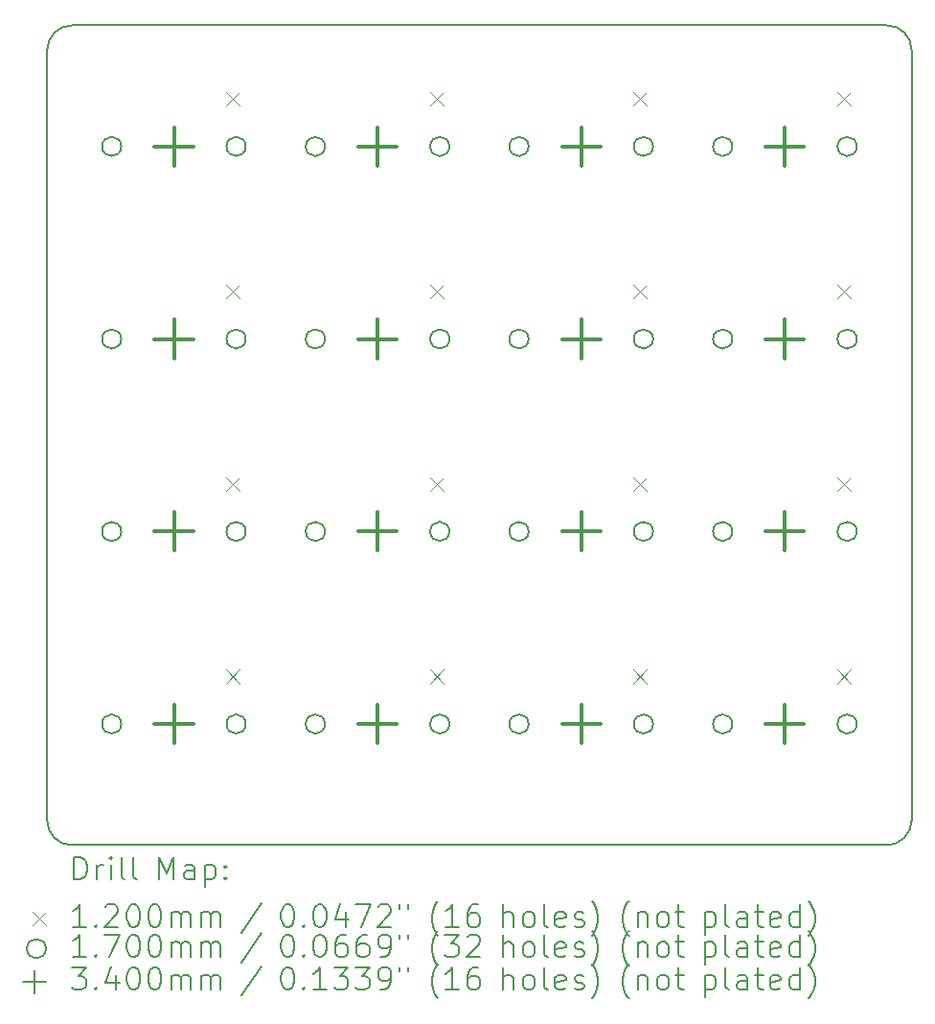
<source format=gbr>
%TF.GenerationSoftware,KiCad,Pcbnew,(7.0.0-rc1-156-g4c5a344629)*%
%TF.CreationDate,2023-03-07T17:57:53+10:30*%
%TF.ProjectId,4x4,3478342e-6b69-4636-9164-5f7063625858,rev?*%
%TF.SameCoordinates,Original*%
%TF.FileFunction,Drillmap*%
%TF.FilePolarity,Positive*%
%FSLAX45Y45*%
G04 Gerber Fmt 4.5, Leading zero omitted, Abs format (unit mm)*
G04 Created by KiCad (PCBNEW (7.0.0-rc1-156-g4c5a344629)) date 2023-03-07 17:57:53*
%MOMM*%
%LPD*%
G01*
G04 APERTURE LIST*
%ADD10C,0.200000*%
%ADD11C,0.120000*%
%ADD12C,0.170000*%
%ADD13C,0.340000*%
G04 APERTURE END LIST*
D10*
X3350001Y-7586667D02*
X10550001Y-7586667D01*
X10550001Y-346667D02*
X3350001Y-346667D01*
X10550001Y-7586671D02*
G75*
G03*
X10770001Y-7366667I-1J220001D01*
G01*
X3130003Y-7366667D02*
G75*
G03*
X3350001Y-7586667I219997J-3D01*
G01*
X3130001Y-566667D02*
X3130001Y-7366667D01*
X10770001Y-7366667D02*
X10770001Y-566667D01*
X10770003Y-566667D02*
G75*
G03*
X10550001Y-346667I-220003J-3D01*
G01*
X3350001Y-346667D02*
G75*
G03*
X3130001Y-566667I0J-220000D01*
G01*
D11*
X4712001Y-936667D02*
X4832001Y-1056667D01*
X4832001Y-936667D02*
X4712001Y-1056667D01*
X4712001Y-2636667D02*
X4832001Y-2756667D01*
X4832001Y-2636667D02*
X4712001Y-2756667D01*
X4712001Y-4336668D02*
X4832001Y-4456668D01*
X4832001Y-4336668D02*
X4712001Y-4456668D01*
X4712001Y-6036668D02*
X4832001Y-6156668D01*
X4832001Y-6036668D02*
X4712001Y-6156668D01*
X6512001Y-936667D02*
X6632001Y-1056667D01*
X6632001Y-936667D02*
X6512001Y-1056667D01*
X6512001Y-2636667D02*
X6632001Y-2756667D01*
X6632001Y-2636667D02*
X6512001Y-2756667D01*
X6512001Y-4336668D02*
X6632001Y-4456668D01*
X6632001Y-4336668D02*
X6512001Y-4456668D01*
X6512001Y-6036668D02*
X6632001Y-6156668D01*
X6632001Y-6036668D02*
X6512001Y-6156668D01*
X8312001Y-936667D02*
X8432001Y-1056667D01*
X8432001Y-936667D02*
X8312001Y-1056667D01*
X8312001Y-2636667D02*
X8432001Y-2756667D01*
X8432001Y-2636667D02*
X8312001Y-2756667D01*
X8312001Y-4336668D02*
X8432001Y-4456668D01*
X8432001Y-4336668D02*
X8312001Y-4456668D01*
X8312001Y-6036668D02*
X8432001Y-6156668D01*
X8432001Y-6036668D02*
X8312001Y-6156668D01*
X10112001Y-936667D02*
X10232001Y-1056667D01*
X10232001Y-936667D02*
X10112001Y-1056667D01*
X10112001Y-2636667D02*
X10232001Y-2756667D01*
X10232001Y-2636667D02*
X10112001Y-2756667D01*
X10112001Y-4336668D02*
X10232001Y-4456668D01*
X10232001Y-4336668D02*
X10112001Y-4456668D01*
X10112001Y-6036668D02*
X10232001Y-6156668D01*
X10232001Y-6036668D02*
X10112001Y-6156668D01*
D12*
X3785001Y-1416667D02*
G75*
G03*
X3785001Y-1416667I-85000J0D01*
G01*
X3785001Y-3116667D02*
G75*
G03*
X3785001Y-3116667I-85000J0D01*
G01*
X3785001Y-4816668D02*
G75*
G03*
X3785001Y-4816668I-85000J0D01*
G01*
X3785001Y-6516668D02*
G75*
G03*
X3785001Y-6516668I-85000J0D01*
G01*
X4885001Y-1416667D02*
G75*
G03*
X4885001Y-1416667I-85000J0D01*
G01*
X4885001Y-3116667D02*
G75*
G03*
X4885001Y-3116667I-85000J0D01*
G01*
X4885001Y-4816668D02*
G75*
G03*
X4885001Y-4816668I-85000J0D01*
G01*
X4885001Y-6516668D02*
G75*
G03*
X4885001Y-6516668I-85000J0D01*
G01*
X5585001Y-1416667D02*
G75*
G03*
X5585001Y-1416667I-85000J0D01*
G01*
X5585001Y-3116667D02*
G75*
G03*
X5585001Y-3116667I-85000J0D01*
G01*
X5585001Y-4816668D02*
G75*
G03*
X5585001Y-4816668I-85000J0D01*
G01*
X5585001Y-6516668D02*
G75*
G03*
X5585001Y-6516668I-85000J0D01*
G01*
X6685001Y-1416667D02*
G75*
G03*
X6685001Y-1416667I-85000J0D01*
G01*
X6685001Y-3116667D02*
G75*
G03*
X6685001Y-3116667I-85000J0D01*
G01*
X6685001Y-4816668D02*
G75*
G03*
X6685001Y-4816668I-85000J0D01*
G01*
X6685001Y-6516668D02*
G75*
G03*
X6685001Y-6516668I-85000J0D01*
G01*
X7385001Y-1416667D02*
G75*
G03*
X7385001Y-1416667I-85000J0D01*
G01*
X7385001Y-3116667D02*
G75*
G03*
X7385001Y-3116667I-85000J0D01*
G01*
X7385001Y-4816668D02*
G75*
G03*
X7385001Y-4816668I-85000J0D01*
G01*
X7385001Y-6516668D02*
G75*
G03*
X7385001Y-6516668I-85000J0D01*
G01*
X8485001Y-1416667D02*
G75*
G03*
X8485001Y-1416667I-85000J0D01*
G01*
X8485001Y-3116667D02*
G75*
G03*
X8485001Y-3116667I-85000J0D01*
G01*
X8485001Y-4816668D02*
G75*
G03*
X8485001Y-4816668I-85000J0D01*
G01*
X8485001Y-6516668D02*
G75*
G03*
X8485001Y-6516668I-85000J0D01*
G01*
X9185001Y-1416667D02*
G75*
G03*
X9185001Y-1416667I-85000J0D01*
G01*
X9185001Y-3116667D02*
G75*
G03*
X9185001Y-3116667I-85000J0D01*
G01*
X9185001Y-4816668D02*
G75*
G03*
X9185001Y-4816668I-85000J0D01*
G01*
X9185001Y-6516668D02*
G75*
G03*
X9185001Y-6516668I-85000J0D01*
G01*
X10285001Y-1416667D02*
G75*
G03*
X10285001Y-1416667I-85000J0D01*
G01*
X10285001Y-3116667D02*
G75*
G03*
X10285001Y-3116667I-85000J0D01*
G01*
X10285001Y-4816668D02*
G75*
G03*
X10285001Y-4816668I-85000J0D01*
G01*
X10285001Y-6516668D02*
G75*
G03*
X10285001Y-6516668I-85000J0D01*
G01*
D13*
X4250001Y-1246667D02*
X4250001Y-1586667D01*
X4080001Y-1416667D02*
X4420001Y-1416667D01*
X4250001Y-2946667D02*
X4250001Y-3286667D01*
X4080001Y-3116667D02*
X4420001Y-3116667D01*
X4250001Y-4646668D02*
X4250001Y-4986668D01*
X4080001Y-4816668D02*
X4420001Y-4816668D01*
X4250001Y-6346668D02*
X4250001Y-6686668D01*
X4080001Y-6516668D02*
X4420001Y-6516668D01*
X6050001Y-1246667D02*
X6050001Y-1586667D01*
X5880001Y-1416667D02*
X6220001Y-1416667D01*
X6050001Y-2946667D02*
X6050001Y-3286667D01*
X5880001Y-3116667D02*
X6220001Y-3116667D01*
X6050001Y-4646668D02*
X6050001Y-4986668D01*
X5880001Y-4816668D02*
X6220001Y-4816668D01*
X6050001Y-6346668D02*
X6050001Y-6686668D01*
X5880001Y-6516668D02*
X6220001Y-6516668D01*
X7850001Y-1246667D02*
X7850001Y-1586667D01*
X7680001Y-1416667D02*
X8020001Y-1416667D01*
X7850001Y-2946667D02*
X7850001Y-3286667D01*
X7680001Y-3116667D02*
X8020001Y-3116667D01*
X7850001Y-4646668D02*
X7850001Y-4986668D01*
X7680001Y-4816668D02*
X8020001Y-4816668D01*
X7850001Y-6346668D02*
X7850001Y-6686668D01*
X7680001Y-6516668D02*
X8020001Y-6516668D01*
X9650001Y-1246667D02*
X9650001Y-1586667D01*
X9480001Y-1416667D02*
X9820001Y-1416667D01*
X9650001Y-2946667D02*
X9650001Y-3286667D01*
X9480001Y-3116667D02*
X9820001Y-3116667D01*
X9650001Y-4646668D02*
X9650001Y-4986668D01*
X9480001Y-4816668D02*
X9820001Y-4816668D01*
X9650001Y-6346668D02*
X9650001Y-6686668D01*
X9480001Y-6516668D02*
X9820001Y-6516668D01*
D10*
X3367620Y-7890143D02*
X3367620Y-7690143D01*
X3367620Y-7690143D02*
X3415239Y-7690143D01*
X3415239Y-7690143D02*
X3443810Y-7699667D01*
X3443810Y-7699667D02*
X3462858Y-7718715D01*
X3462858Y-7718715D02*
X3472382Y-7737762D01*
X3472382Y-7737762D02*
X3481906Y-7775857D01*
X3481906Y-7775857D02*
X3481906Y-7804429D01*
X3481906Y-7804429D02*
X3472382Y-7842524D01*
X3472382Y-7842524D02*
X3462858Y-7861572D01*
X3462858Y-7861572D02*
X3443810Y-7880619D01*
X3443810Y-7880619D02*
X3415239Y-7890143D01*
X3415239Y-7890143D02*
X3367620Y-7890143D01*
X3567620Y-7890143D02*
X3567620Y-7756810D01*
X3567620Y-7794905D02*
X3577144Y-7775857D01*
X3577144Y-7775857D02*
X3586668Y-7766334D01*
X3586668Y-7766334D02*
X3605715Y-7756810D01*
X3605715Y-7756810D02*
X3624763Y-7756810D01*
X3691429Y-7890143D02*
X3691429Y-7756810D01*
X3691429Y-7690143D02*
X3681906Y-7699667D01*
X3681906Y-7699667D02*
X3691429Y-7709191D01*
X3691429Y-7709191D02*
X3700953Y-7699667D01*
X3700953Y-7699667D02*
X3691429Y-7690143D01*
X3691429Y-7690143D02*
X3691429Y-7709191D01*
X3815239Y-7890143D02*
X3796191Y-7880619D01*
X3796191Y-7880619D02*
X3786668Y-7861572D01*
X3786668Y-7861572D02*
X3786668Y-7690143D01*
X3920001Y-7890143D02*
X3900953Y-7880619D01*
X3900953Y-7880619D02*
X3891429Y-7861572D01*
X3891429Y-7861572D02*
X3891429Y-7690143D01*
X4116191Y-7890143D02*
X4116191Y-7690143D01*
X4116191Y-7690143D02*
X4182858Y-7833000D01*
X4182858Y-7833000D02*
X4249525Y-7690143D01*
X4249525Y-7690143D02*
X4249525Y-7890143D01*
X4430477Y-7890143D02*
X4430477Y-7785381D01*
X4430477Y-7785381D02*
X4420953Y-7766334D01*
X4420953Y-7766334D02*
X4401906Y-7756810D01*
X4401906Y-7756810D02*
X4363810Y-7756810D01*
X4363810Y-7756810D02*
X4344763Y-7766334D01*
X4430477Y-7880619D02*
X4411430Y-7890143D01*
X4411430Y-7890143D02*
X4363810Y-7890143D01*
X4363810Y-7890143D02*
X4344763Y-7880619D01*
X4344763Y-7880619D02*
X4335239Y-7861572D01*
X4335239Y-7861572D02*
X4335239Y-7842524D01*
X4335239Y-7842524D02*
X4344763Y-7823476D01*
X4344763Y-7823476D02*
X4363810Y-7813953D01*
X4363810Y-7813953D02*
X4411430Y-7813953D01*
X4411430Y-7813953D02*
X4430477Y-7804429D01*
X4525715Y-7756810D02*
X4525715Y-7956810D01*
X4525715Y-7766334D02*
X4544763Y-7756810D01*
X4544763Y-7756810D02*
X4582858Y-7756810D01*
X4582858Y-7756810D02*
X4601906Y-7766334D01*
X4601906Y-7766334D02*
X4611430Y-7775857D01*
X4611430Y-7775857D02*
X4620953Y-7794905D01*
X4620953Y-7794905D02*
X4620953Y-7852048D01*
X4620953Y-7852048D02*
X4611430Y-7871095D01*
X4611430Y-7871095D02*
X4601906Y-7880619D01*
X4601906Y-7880619D02*
X4582858Y-7890143D01*
X4582858Y-7890143D02*
X4544763Y-7890143D01*
X4544763Y-7890143D02*
X4525715Y-7880619D01*
X4706668Y-7871095D02*
X4716191Y-7880619D01*
X4716191Y-7880619D02*
X4706668Y-7890143D01*
X4706668Y-7890143D02*
X4697144Y-7880619D01*
X4697144Y-7880619D02*
X4706668Y-7871095D01*
X4706668Y-7871095D02*
X4706668Y-7890143D01*
X4706668Y-7766334D02*
X4716191Y-7775857D01*
X4716191Y-7775857D02*
X4706668Y-7785381D01*
X4706668Y-7785381D02*
X4697144Y-7775857D01*
X4697144Y-7775857D02*
X4706668Y-7766334D01*
X4706668Y-7766334D02*
X4706668Y-7785381D01*
D11*
X3000001Y-8176667D02*
X3120001Y-8296667D01*
X3120001Y-8176667D02*
X3000001Y-8296667D01*
D10*
X3472382Y-8310143D02*
X3358096Y-8310143D01*
X3415239Y-8310143D02*
X3415239Y-8110143D01*
X3415239Y-8110143D02*
X3396191Y-8138715D01*
X3396191Y-8138715D02*
X3377144Y-8157762D01*
X3377144Y-8157762D02*
X3358096Y-8167286D01*
X3558096Y-8291095D02*
X3567620Y-8300619D01*
X3567620Y-8300619D02*
X3558096Y-8310143D01*
X3558096Y-8310143D02*
X3548572Y-8300619D01*
X3548572Y-8300619D02*
X3558096Y-8291095D01*
X3558096Y-8291095D02*
X3558096Y-8310143D01*
X3643810Y-8129191D02*
X3653334Y-8119667D01*
X3653334Y-8119667D02*
X3672382Y-8110143D01*
X3672382Y-8110143D02*
X3720001Y-8110143D01*
X3720001Y-8110143D02*
X3739049Y-8119667D01*
X3739049Y-8119667D02*
X3748572Y-8129191D01*
X3748572Y-8129191D02*
X3758096Y-8148238D01*
X3758096Y-8148238D02*
X3758096Y-8167286D01*
X3758096Y-8167286D02*
X3748572Y-8195857D01*
X3748572Y-8195857D02*
X3634287Y-8310143D01*
X3634287Y-8310143D02*
X3758096Y-8310143D01*
X3881906Y-8110143D02*
X3900953Y-8110143D01*
X3900953Y-8110143D02*
X3920001Y-8119667D01*
X3920001Y-8119667D02*
X3929525Y-8129191D01*
X3929525Y-8129191D02*
X3939049Y-8148238D01*
X3939049Y-8148238D02*
X3948572Y-8186334D01*
X3948572Y-8186334D02*
X3948572Y-8233953D01*
X3948572Y-8233953D02*
X3939049Y-8272048D01*
X3939049Y-8272048D02*
X3929525Y-8291095D01*
X3929525Y-8291095D02*
X3920001Y-8300619D01*
X3920001Y-8300619D02*
X3900953Y-8310143D01*
X3900953Y-8310143D02*
X3881906Y-8310143D01*
X3881906Y-8310143D02*
X3862858Y-8300619D01*
X3862858Y-8300619D02*
X3853334Y-8291095D01*
X3853334Y-8291095D02*
X3843810Y-8272048D01*
X3843810Y-8272048D02*
X3834287Y-8233953D01*
X3834287Y-8233953D02*
X3834287Y-8186334D01*
X3834287Y-8186334D02*
X3843810Y-8148238D01*
X3843810Y-8148238D02*
X3853334Y-8129191D01*
X3853334Y-8129191D02*
X3862858Y-8119667D01*
X3862858Y-8119667D02*
X3881906Y-8110143D01*
X4072382Y-8110143D02*
X4091430Y-8110143D01*
X4091430Y-8110143D02*
X4110477Y-8119667D01*
X4110477Y-8119667D02*
X4120001Y-8129191D01*
X4120001Y-8129191D02*
X4129525Y-8148238D01*
X4129525Y-8148238D02*
X4139049Y-8186334D01*
X4139049Y-8186334D02*
X4139049Y-8233953D01*
X4139049Y-8233953D02*
X4129525Y-8272048D01*
X4129525Y-8272048D02*
X4120001Y-8291095D01*
X4120001Y-8291095D02*
X4110477Y-8300619D01*
X4110477Y-8300619D02*
X4091430Y-8310143D01*
X4091430Y-8310143D02*
X4072382Y-8310143D01*
X4072382Y-8310143D02*
X4053334Y-8300619D01*
X4053334Y-8300619D02*
X4043810Y-8291095D01*
X4043810Y-8291095D02*
X4034287Y-8272048D01*
X4034287Y-8272048D02*
X4024763Y-8233953D01*
X4024763Y-8233953D02*
X4024763Y-8186334D01*
X4024763Y-8186334D02*
X4034287Y-8148238D01*
X4034287Y-8148238D02*
X4043810Y-8129191D01*
X4043810Y-8129191D02*
X4053334Y-8119667D01*
X4053334Y-8119667D02*
X4072382Y-8110143D01*
X4224763Y-8310143D02*
X4224763Y-8176810D01*
X4224763Y-8195857D02*
X4234287Y-8186334D01*
X4234287Y-8186334D02*
X4253334Y-8176810D01*
X4253334Y-8176810D02*
X4281906Y-8176810D01*
X4281906Y-8176810D02*
X4300953Y-8186334D01*
X4300953Y-8186334D02*
X4310477Y-8205381D01*
X4310477Y-8205381D02*
X4310477Y-8310143D01*
X4310477Y-8205381D02*
X4320001Y-8186334D01*
X4320001Y-8186334D02*
X4339049Y-8176810D01*
X4339049Y-8176810D02*
X4367620Y-8176810D01*
X4367620Y-8176810D02*
X4386668Y-8186334D01*
X4386668Y-8186334D02*
X4396192Y-8205381D01*
X4396192Y-8205381D02*
X4396192Y-8310143D01*
X4491430Y-8310143D02*
X4491430Y-8176810D01*
X4491430Y-8195857D02*
X4500953Y-8186334D01*
X4500953Y-8186334D02*
X4520001Y-8176810D01*
X4520001Y-8176810D02*
X4548573Y-8176810D01*
X4548573Y-8176810D02*
X4567620Y-8186334D01*
X4567620Y-8186334D02*
X4577144Y-8205381D01*
X4577144Y-8205381D02*
X4577144Y-8310143D01*
X4577144Y-8205381D02*
X4586668Y-8186334D01*
X4586668Y-8186334D02*
X4605715Y-8176810D01*
X4605715Y-8176810D02*
X4634287Y-8176810D01*
X4634287Y-8176810D02*
X4653334Y-8186334D01*
X4653334Y-8186334D02*
X4662858Y-8205381D01*
X4662858Y-8205381D02*
X4662858Y-8310143D01*
X5020953Y-8100619D02*
X4849525Y-8357762D01*
X5245715Y-8110143D02*
X5264763Y-8110143D01*
X5264763Y-8110143D02*
X5283811Y-8119667D01*
X5283811Y-8119667D02*
X5293334Y-8129191D01*
X5293334Y-8129191D02*
X5302858Y-8148238D01*
X5302858Y-8148238D02*
X5312382Y-8186334D01*
X5312382Y-8186334D02*
X5312382Y-8233953D01*
X5312382Y-8233953D02*
X5302858Y-8272048D01*
X5302858Y-8272048D02*
X5293334Y-8291095D01*
X5293334Y-8291095D02*
X5283811Y-8300619D01*
X5283811Y-8300619D02*
X5264763Y-8310143D01*
X5264763Y-8310143D02*
X5245715Y-8310143D01*
X5245715Y-8310143D02*
X5226668Y-8300619D01*
X5226668Y-8300619D02*
X5217144Y-8291095D01*
X5217144Y-8291095D02*
X5207620Y-8272048D01*
X5207620Y-8272048D02*
X5198096Y-8233953D01*
X5198096Y-8233953D02*
X5198096Y-8186334D01*
X5198096Y-8186334D02*
X5207620Y-8148238D01*
X5207620Y-8148238D02*
X5217144Y-8129191D01*
X5217144Y-8129191D02*
X5226668Y-8119667D01*
X5226668Y-8119667D02*
X5245715Y-8110143D01*
X5398096Y-8291095D02*
X5407620Y-8300619D01*
X5407620Y-8300619D02*
X5398096Y-8310143D01*
X5398096Y-8310143D02*
X5388573Y-8300619D01*
X5388573Y-8300619D02*
X5398096Y-8291095D01*
X5398096Y-8291095D02*
X5398096Y-8310143D01*
X5531430Y-8110143D02*
X5550477Y-8110143D01*
X5550477Y-8110143D02*
X5569525Y-8119667D01*
X5569525Y-8119667D02*
X5579049Y-8129191D01*
X5579049Y-8129191D02*
X5588573Y-8148238D01*
X5588573Y-8148238D02*
X5598096Y-8186334D01*
X5598096Y-8186334D02*
X5598096Y-8233953D01*
X5598096Y-8233953D02*
X5588573Y-8272048D01*
X5588573Y-8272048D02*
X5579049Y-8291095D01*
X5579049Y-8291095D02*
X5569525Y-8300619D01*
X5569525Y-8300619D02*
X5550477Y-8310143D01*
X5550477Y-8310143D02*
X5531430Y-8310143D01*
X5531430Y-8310143D02*
X5512382Y-8300619D01*
X5512382Y-8300619D02*
X5502858Y-8291095D01*
X5502858Y-8291095D02*
X5493334Y-8272048D01*
X5493334Y-8272048D02*
X5483811Y-8233953D01*
X5483811Y-8233953D02*
X5483811Y-8186334D01*
X5483811Y-8186334D02*
X5493334Y-8148238D01*
X5493334Y-8148238D02*
X5502858Y-8129191D01*
X5502858Y-8129191D02*
X5512382Y-8119667D01*
X5512382Y-8119667D02*
X5531430Y-8110143D01*
X5769525Y-8176810D02*
X5769525Y-8310143D01*
X5721906Y-8100619D02*
X5674287Y-8243476D01*
X5674287Y-8243476D02*
X5798096Y-8243476D01*
X5855239Y-8110143D02*
X5988572Y-8110143D01*
X5988572Y-8110143D02*
X5902858Y-8310143D01*
X6055239Y-8129191D02*
X6064763Y-8119667D01*
X6064763Y-8119667D02*
X6083811Y-8110143D01*
X6083811Y-8110143D02*
X6131430Y-8110143D01*
X6131430Y-8110143D02*
X6150477Y-8119667D01*
X6150477Y-8119667D02*
X6160001Y-8129191D01*
X6160001Y-8129191D02*
X6169525Y-8148238D01*
X6169525Y-8148238D02*
X6169525Y-8167286D01*
X6169525Y-8167286D02*
X6160001Y-8195857D01*
X6160001Y-8195857D02*
X6045715Y-8310143D01*
X6045715Y-8310143D02*
X6169525Y-8310143D01*
X6245715Y-8110143D02*
X6245715Y-8148238D01*
X6321906Y-8110143D02*
X6321906Y-8148238D01*
X6584763Y-8386334D02*
X6575239Y-8376810D01*
X6575239Y-8376810D02*
X6556192Y-8348238D01*
X6556192Y-8348238D02*
X6546668Y-8329191D01*
X6546668Y-8329191D02*
X6537144Y-8300619D01*
X6537144Y-8300619D02*
X6527620Y-8253000D01*
X6527620Y-8253000D02*
X6527620Y-8214905D01*
X6527620Y-8214905D02*
X6537144Y-8167286D01*
X6537144Y-8167286D02*
X6546668Y-8138715D01*
X6546668Y-8138715D02*
X6556192Y-8119667D01*
X6556192Y-8119667D02*
X6575239Y-8091095D01*
X6575239Y-8091095D02*
X6584763Y-8081572D01*
X6765715Y-8310143D02*
X6651430Y-8310143D01*
X6708572Y-8310143D02*
X6708572Y-8110143D01*
X6708572Y-8110143D02*
X6689525Y-8138715D01*
X6689525Y-8138715D02*
X6670477Y-8157762D01*
X6670477Y-8157762D02*
X6651430Y-8167286D01*
X6937144Y-8110143D02*
X6899049Y-8110143D01*
X6899049Y-8110143D02*
X6880001Y-8119667D01*
X6880001Y-8119667D02*
X6870477Y-8129191D01*
X6870477Y-8129191D02*
X6851430Y-8157762D01*
X6851430Y-8157762D02*
X6841906Y-8195857D01*
X6841906Y-8195857D02*
X6841906Y-8272048D01*
X6841906Y-8272048D02*
X6851430Y-8291095D01*
X6851430Y-8291095D02*
X6860953Y-8300619D01*
X6860953Y-8300619D02*
X6880001Y-8310143D01*
X6880001Y-8310143D02*
X6918096Y-8310143D01*
X6918096Y-8310143D02*
X6937144Y-8300619D01*
X6937144Y-8300619D02*
X6946668Y-8291095D01*
X6946668Y-8291095D02*
X6956192Y-8272048D01*
X6956192Y-8272048D02*
X6956192Y-8224429D01*
X6956192Y-8224429D02*
X6946668Y-8205381D01*
X6946668Y-8205381D02*
X6937144Y-8195857D01*
X6937144Y-8195857D02*
X6918096Y-8186334D01*
X6918096Y-8186334D02*
X6880001Y-8186334D01*
X6880001Y-8186334D02*
X6860953Y-8195857D01*
X6860953Y-8195857D02*
X6851430Y-8205381D01*
X6851430Y-8205381D02*
X6841906Y-8224429D01*
X7161906Y-8310143D02*
X7161906Y-8110143D01*
X7247620Y-8310143D02*
X7247620Y-8205381D01*
X7247620Y-8205381D02*
X7238096Y-8186334D01*
X7238096Y-8186334D02*
X7219049Y-8176810D01*
X7219049Y-8176810D02*
X7190477Y-8176810D01*
X7190477Y-8176810D02*
X7171430Y-8186334D01*
X7171430Y-8186334D02*
X7161906Y-8195857D01*
X7371430Y-8310143D02*
X7352382Y-8300619D01*
X7352382Y-8300619D02*
X7342858Y-8291095D01*
X7342858Y-8291095D02*
X7333334Y-8272048D01*
X7333334Y-8272048D02*
X7333334Y-8214905D01*
X7333334Y-8214905D02*
X7342858Y-8195857D01*
X7342858Y-8195857D02*
X7352382Y-8186334D01*
X7352382Y-8186334D02*
X7371430Y-8176810D01*
X7371430Y-8176810D02*
X7400001Y-8176810D01*
X7400001Y-8176810D02*
X7419049Y-8186334D01*
X7419049Y-8186334D02*
X7428573Y-8195857D01*
X7428573Y-8195857D02*
X7438096Y-8214905D01*
X7438096Y-8214905D02*
X7438096Y-8272048D01*
X7438096Y-8272048D02*
X7428573Y-8291095D01*
X7428573Y-8291095D02*
X7419049Y-8300619D01*
X7419049Y-8300619D02*
X7400001Y-8310143D01*
X7400001Y-8310143D02*
X7371430Y-8310143D01*
X7552382Y-8310143D02*
X7533334Y-8300619D01*
X7533334Y-8300619D02*
X7523811Y-8281572D01*
X7523811Y-8281572D02*
X7523811Y-8110143D01*
X7704763Y-8300619D02*
X7685715Y-8310143D01*
X7685715Y-8310143D02*
X7647620Y-8310143D01*
X7647620Y-8310143D02*
X7628573Y-8300619D01*
X7628573Y-8300619D02*
X7619049Y-8281572D01*
X7619049Y-8281572D02*
X7619049Y-8205381D01*
X7619049Y-8205381D02*
X7628573Y-8186334D01*
X7628573Y-8186334D02*
X7647620Y-8176810D01*
X7647620Y-8176810D02*
X7685715Y-8176810D01*
X7685715Y-8176810D02*
X7704763Y-8186334D01*
X7704763Y-8186334D02*
X7714287Y-8205381D01*
X7714287Y-8205381D02*
X7714287Y-8224429D01*
X7714287Y-8224429D02*
X7619049Y-8243476D01*
X7790477Y-8300619D02*
X7809525Y-8310143D01*
X7809525Y-8310143D02*
X7847620Y-8310143D01*
X7847620Y-8310143D02*
X7866668Y-8300619D01*
X7866668Y-8300619D02*
X7876192Y-8281572D01*
X7876192Y-8281572D02*
X7876192Y-8272048D01*
X7876192Y-8272048D02*
X7866668Y-8253000D01*
X7866668Y-8253000D02*
X7847620Y-8243476D01*
X7847620Y-8243476D02*
X7819049Y-8243476D01*
X7819049Y-8243476D02*
X7800001Y-8233953D01*
X7800001Y-8233953D02*
X7790477Y-8214905D01*
X7790477Y-8214905D02*
X7790477Y-8205381D01*
X7790477Y-8205381D02*
X7800001Y-8186334D01*
X7800001Y-8186334D02*
X7819049Y-8176810D01*
X7819049Y-8176810D02*
X7847620Y-8176810D01*
X7847620Y-8176810D02*
X7866668Y-8186334D01*
X7942858Y-8386334D02*
X7952382Y-8376810D01*
X7952382Y-8376810D02*
X7971430Y-8348238D01*
X7971430Y-8348238D02*
X7980954Y-8329191D01*
X7980954Y-8329191D02*
X7990477Y-8300619D01*
X7990477Y-8300619D02*
X8000001Y-8253000D01*
X8000001Y-8253000D02*
X8000001Y-8214905D01*
X8000001Y-8214905D02*
X7990477Y-8167286D01*
X7990477Y-8167286D02*
X7980954Y-8138715D01*
X7980954Y-8138715D02*
X7971430Y-8119667D01*
X7971430Y-8119667D02*
X7952382Y-8091095D01*
X7952382Y-8091095D02*
X7942858Y-8081572D01*
X8272382Y-8386334D02*
X8262858Y-8376810D01*
X8262858Y-8376810D02*
X8243811Y-8348238D01*
X8243811Y-8348238D02*
X8234287Y-8329191D01*
X8234287Y-8329191D02*
X8224763Y-8300619D01*
X8224763Y-8300619D02*
X8215239Y-8253000D01*
X8215239Y-8253000D02*
X8215239Y-8214905D01*
X8215239Y-8214905D02*
X8224763Y-8167286D01*
X8224763Y-8167286D02*
X8234287Y-8138715D01*
X8234287Y-8138715D02*
X8243811Y-8119667D01*
X8243811Y-8119667D02*
X8262858Y-8091095D01*
X8262858Y-8091095D02*
X8272382Y-8081572D01*
X8348573Y-8176810D02*
X8348573Y-8310143D01*
X8348573Y-8195857D02*
X8358096Y-8186334D01*
X8358096Y-8186334D02*
X8377144Y-8176810D01*
X8377144Y-8176810D02*
X8405716Y-8176810D01*
X8405716Y-8176810D02*
X8424763Y-8186334D01*
X8424763Y-8186334D02*
X8434287Y-8205381D01*
X8434287Y-8205381D02*
X8434287Y-8310143D01*
X8558096Y-8310143D02*
X8539049Y-8300619D01*
X8539049Y-8300619D02*
X8529525Y-8291095D01*
X8529525Y-8291095D02*
X8520001Y-8272048D01*
X8520001Y-8272048D02*
X8520001Y-8214905D01*
X8520001Y-8214905D02*
X8529525Y-8195857D01*
X8529525Y-8195857D02*
X8539049Y-8186334D01*
X8539049Y-8186334D02*
X8558096Y-8176810D01*
X8558096Y-8176810D02*
X8586668Y-8176810D01*
X8586668Y-8176810D02*
X8605716Y-8186334D01*
X8605716Y-8186334D02*
X8615239Y-8195857D01*
X8615239Y-8195857D02*
X8624763Y-8214905D01*
X8624763Y-8214905D02*
X8624763Y-8272048D01*
X8624763Y-8272048D02*
X8615239Y-8291095D01*
X8615239Y-8291095D02*
X8605716Y-8300619D01*
X8605716Y-8300619D02*
X8586668Y-8310143D01*
X8586668Y-8310143D02*
X8558096Y-8310143D01*
X8681906Y-8176810D02*
X8758096Y-8176810D01*
X8710477Y-8110143D02*
X8710477Y-8281572D01*
X8710477Y-8281572D02*
X8720001Y-8300619D01*
X8720001Y-8300619D02*
X8739049Y-8310143D01*
X8739049Y-8310143D02*
X8758096Y-8310143D01*
X8944763Y-8176810D02*
X8944763Y-8376810D01*
X8944763Y-8186334D02*
X8963811Y-8176810D01*
X8963811Y-8176810D02*
X9001906Y-8176810D01*
X9001906Y-8176810D02*
X9020954Y-8186334D01*
X9020954Y-8186334D02*
X9030477Y-8195857D01*
X9030477Y-8195857D02*
X9040001Y-8214905D01*
X9040001Y-8214905D02*
X9040001Y-8272048D01*
X9040001Y-8272048D02*
X9030477Y-8291095D01*
X9030477Y-8291095D02*
X9020954Y-8300619D01*
X9020954Y-8300619D02*
X9001906Y-8310143D01*
X9001906Y-8310143D02*
X8963811Y-8310143D01*
X8963811Y-8310143D02*
X8944763Y-8300619D01*
X9154287Y-8310143D02*
X9135239Y-8300619D01*
X9135239Y-8300619D02*
X9125716Y-8281572D01*
X9125716Y-8281572D02*
X9125716Y-8110143D01*
X9316192Y-8310143D02*
X9316192Y-8205381D01*
X9316192Y-8205381D02*
X9306668Y-8186334D01*
X9306668Y-8186334D02*
X9287620Y-8176810D01*
X9287620Y-8176810D02*
X9249525Y-8176810D01*
X9249525Y-8176810D02*
X9230477Y-8186334D01*
X9316192Y-8300619D02*
X9297144Y-8310143D01*
X9297144Y-8310143D02*
X9249525Y-8310143D01*
X9249525Y-8310143D02*
X9230477Y-8300619D01*
X9230477Y-8300619D02*
X9220954Y-8281572D01*
X9220954Y-8281572D02*
X9220954Y-8262524D01*
X9220954Y-8262524D02*
X9230477Y-8243476D01*
X9230477Y-8243476D02*
X9249525Y-8233953D01*
X9249525Y-8233953D02*
X9297144Y-8233953D01*
X9297144Y-8233953D02*
X9316192Y-8224429D01*
X9382858Y-8176810D02*
X9459049Y-8176810D01*
X9411430Y-8110143D02*
X9411430Y-8281572D01*
X9411430Y-8281572D02*
X9420954Y-8300619D01*
X9420954Y-8300619D02*
X9440001Y-8310143D01*
X9440001Y-8310143D02*
X9459049Y-8310143D01*
X9601906Y-8300619D02*
X9582858Y-8310143D01*
X9582858Y-8310143D02*
X9544763Y-8310143D01*
X9544763Y-8310143D02*
X9525716Y-8300619D01*
X9525716Y-8300619D02*
X9516192Y-8281572D01*
X9516192Y-8281572D02*
X9516192Y-8205381D01*
X9516192Y-8205381D02*
X9525716Y-8186334D01*
X9525716Y-8186334D02*
X9544763Y-8176810D01*
X9544763Y-8176810D02*
X9582858Y-8176810D01*
X9582858Y-8176810D02*
X9601906Y-8186334D01*
X9601906Y-8186334D02*
X9611430Y-8205381D01*
X9611430Y-8205381D02*
X9611430Y-8224429D01*
X9611430Y-8224429D02*
X9516192Y-8243476D01*
X9782858Y-8310143D02*
X9782858Y-8110143D01*
X9782858Y-8300619D02*
X9763811Y-8310143D01*
X9763811Y-8310143D02*
X9725716Y-8310143D01*
X9725716Y-8310143D02*
X9706668Y-8300619D01*
X9706668Y-8300619D02*
X9697144Y-8291095D01*
X9697144Y-8291095D02*
X9687620Y-8272048D01*
X9687620Y-8272048D02*
X9687620Y-8214905D01*
X9687620Y-8214905D02*
X9697144Y-8195857D01*
X9697144Y-8195857D02*
X9706668Y-8186334D01*
X9706668Y-8186334D02*
X9725716Y-8176810D01*
X9725716Y-8176810D02*
X9763811Y-8176810D01*
X9763811Y-8176810D02*
X9782858Y-8186334D01*
X9859049Y-8386334D02*
X9868573Y-8376810D01*
X9868573Y-8376810D02*
X9887620Y-8348238D01*
X9887620Y-8348238D02*
X9897144Y-8329191D01*
X9897144Y-8329191D02*
X9906668Y-8300619D01*
X9906668Y-8300619D02*
X9916192Y-8253000D01*
X9916192Y-8253000D02*
X9916192Y-8214905D01*
X9916192Y-8214905D02*
X9906668Y-8167286D01*
X9906668Y-8167286D02*
X9897144Y-8138715D01*
X9897144Y-8138715D02*
X9887620Y-8119667D01*
X9887620Y-8119667D02*
X9868573Y-8091095D01*
X9868573Y-8091095D02*
X9859049Y-8081572D01*
D12*
X3120001Y-8500667D02*
G75*
G03*
X3120001Y-8500667I-85000J0D01*
G01*
D10*
X3472382Y-8574143D02*
X3358096Y-8574143D01*
X3415239Y-8574143D02*
X3415239Y-8374143D01*
X3415239Y-8374143D02*
X3396191Y-8402715D01*
X3396191Y-8402715D02*
X3377144Y-8421762D01*
X3377144Y-8421762D02*
X3358096Y-8431286D01*
X3558096Y-8555096D02*
X3567620Y-8564619D01*
X3567620Y-8564619D02*
X3558096Y-8574143D01*
X3558096Y-8574143D02*
X3548572Y-8564619D01*
X3548572Y-8564619D02*
X3558096Y-8555096D01*
X3558096Y-8555096D02*
X3558096Y-8574143D01*
X3634287Y-8374143D02*
X3767620Y-8374143D01*
X3767620Y-8374143D02*
X3681906Y-8574143D01*
X3881906Y-8374143D02*
X3900953Y-8374143D01*
X3900953Y-8374143D02*
X3920001Y-8383667D01*
X3920001Y-8383667D02*
X3929525Y-8393191D01*
X3929525Y-8393191D02*
X3939049Y-8412238D01*
X3939049Y-8412238D02*
X3948572Y-8450334D01*
X3948572Y-8450334D02*
X3948572Y-8497953D01*
X3948572Y-8497953D02*
X3939049Y-8536048D01*
X3939049Y-8536048D02*
X3929525Y-8555096D01*
X3929525Y-8555096D02*
X3920001Y-8564619D01*
X3920001Y-8564619D02*
X3900953Y-8574143D01*
X3900953Y-8574143D02*
X3881906Y-8574143D01*
X3881906Y-8574143D02*
X3862858Y-8564619D01*
X3862858Y-8564619D02*
X3853334Y-8555096D01*
X3853334Y-8555096D02*
X3843810Y-8536048D01*
X3843810Y-8536048D02*
X3834287Y-8497953D01*
X3834287Y-8497953D02*
X3834287Y-8450334D01*
X3834287Y-8450334D02*
X3843810Y-8412238D01*
X3843810Y-8412238D02*
X3853334Y-8393191D01*
X3853334Y-8393191D02*
X3862858Y-8383667D01*
X3862858Y-8383667D02*
X3881906Y-8374143D01*
X4072382Y-8374143D02*
X4091430Y-8374143D01*
X4091430Y-8374143D02*
X4110477Y-8383667D01*
X4110477Y-8383667D02*
X4120001Y-8393191D01*
X4120001Y-8393191D02*
X4129525Y-8412238D01*
X4129525Y-8412238D02*
X4139049Y-8450334D01*
X4139049Y-8450334D02*
X4139049Y-8497953D01*
X4139049Y-8497953D02*
X4129525Y-8536048D01*
X4129525Y-8536048D02*
X4120001Y-8555096D01*
X4120001Y-8555096D02*
X4110477Y-8564619D01*
X4110477Y-8564619D02*
X4091430Y-8574143D01*
X4091430Y-8574143D02*
X4072382Y-8574143D01*
X4072382Y-8574143D02*
X4053334Y-8564619D01*
X4053334Y-8564619D02*
X4043810Y-8555096D01*
X4043810Y-8555096D02*
X4034287Y-8536048D01*
X4034287Y-8536048D02*
X4024763Y-8497953D01*
X4024763Y-8497953D02*
X4024763Y-8450334D01*
X4024763Y-8450334D02*
X4034287Y-8412238D01*
X4034287Y-8412238D02*
X4043810Y-8393191D01*
X4043810Y-8393191D02*
X4053334Y-8383667D01*
X4053334Y-8383667D02*
X4072382Y-8374143D01*
X4224763Y-8574143D02*
X4224763Y-8440810D01*
X4224763Y-8459857D02*
X4234287Y-8450334D01*
X4234287Y-8450334D02*
X4253334Y-8440810D01*
X4253334Y-8440810D02*
X4281906Y-8440810D01*
X4281906Y-8440810D02*
X4300953Y-8450334D01*
X4300953Y-8450334D02*
X4310477Y-8469381D01*
X4310477Y-8469381D02*
X4310477Y-8574143D01*
X4310477Y-8469381D02*
X4320001Y-8450334D01*
X4320001Y-8450334D02*
X4339049Y-8440810D01*
X4339049Y-8440810D02*
X4367620Y-8440810D01*
X4367620Y-8440810D02*
X4386668Y-8450334D01*
X4386668Y-8450334D02*
X4396192Y-8469381D01*
X4396192Y-8469381D02*
X4396192Y-8574143D01*
X4491430Y-8574143D02*
X4491430Y-8440810D01*
X4491430Y-8459857D02*
X4500953Y-8450334D01*
X4500953Y-8450334D02*
X4520001Y-8440810D01*
X4520001Y-8440810D02*
X4548573Y-8440810D01*
X4548573Y-8440810D02*
X4567620Y-8450334D01*
X4567620Y-8450334D02*
X4577144Y-8469381D01*
X4577144Y-8469381D02*
X4577144Y-8574143D01*
X4577144Y-8469381D02*
X4586668Y-8450334D01*
X4586668Y-8450334D02*
X4605715Y-8440810D01*
X4605715Y-8440810D02*
X4634287Y-8440810D01*
X4634287Y-8440810D02*
X4653334Y-8450334D01*
X4653334Y-8450334D02*
X4662858Y-8469381D01*
X4662858Y-8469381D02*
X4662858Y-8574143D01*
X5020953Y-8364619D02*
X4849525Y-8621762D01*
X5245715Y-8374143D02*
X5264763Y-8374143D01*
X5264763Y-8374143D02*
X5283811Y-8383667D01*
X5283811Y-8383667D02*
X5293334Y-8393191D01*
X5293334Y-8393191D02*
X5302858Y-8412238D01*
X5302858Y-8412238D02*
X5312382Y-8450334D01*
X5312382Y-8450334D02*
X5312382Y-8497953D01*
X5312382Y-8497953D02*
X5302858Y-8536048D01*
X5302858Y-8536048D02*
X5293334Y-8555096D01*
X5293334Y-8555096D02*
X5283811Y-8564619D01*
X5283811Y-8564619D02*
X5264763Y-8574143D01*
X5264763Y-8574143D02*
X5245715Y-8574143D01*
X5245715Y-8574143D02*
X5226668Y-8564619D01*
X5226668Y-8564619D02*
X5217144Y-8555096D01*
X5217144Y-8555096D02*
X5207620Y-8536048D01*
X5207620Y-8536048D02*
X5198096Y-8497953D01*
X5198096Y-8497953D02*
X5198096Y-8450334D01*
X5198096Y-8450334D02*
X5207620Y-8412238D01*
X5207620Y-8412238D02*
X5217144Y-8393191D01*
X5217144Y-8393191D02*
X5226668Y-8383667D01*
X5226668Y-8383667D02*
X5245715Y-8374143D01*
X5398096Y-8555096D02*
X5407620Y-8564619D01*
X5407620Y-8564619D02*
X5398096Y-8574143D01*
X5398096Y-8574143D02*
X5388573Y-8564619D01*
X5388573Y-8564619D02*
X5398096Y-8555096D01*
X5398096Y-8555096D02*
X5398096Y-8574143D01*
X5531430Y-8374143D02*
X5550477Y-8374143D01*
X5550477Y-8374143D02*
X5569525Y-8383667D01*
X5569525Y-8383667D02*
X5579049Y-8393191D01*
X5579049Y-8393191D02*
X5588573Y-8412238D01*
X5588573Y-8412238D02*
X5598096Y-8450334D01*
X5598096Y-8450334D02*
X5598096Y-8497953D01*
X5598096Y-8497953D02*
X5588573Y-8536048D01*
X5588573Y-8536048D02*
X5579049Y-8555096D01*
X5579049Y-8555096D02*
X5569525Y-8564619D01*
X5569525Y-8564619D02*
X5550477Y-8574143D01*
X5550477Y-8574143D02*
X5531430Y-8574143D01*
X5531430Y-8574143D02*
X5512382Y-8564619D01*
X5512382Y-8564619D02*
X5502858Y-8555096D01*
X5502858Y-8555096D02*
X5493334Y-8536048D01*
X5493334Y-8536048D02*
X5483811Y-8497953D01*
X5483811Y-8497953D02*
X5483811Y-8450334D01*
X5483811Y-8450334D02*
X5493334Y-8412238D01*
X5493334Y-8412238D02*
X5502858Y-8393191D01*
X5502858Y-8393191D02*
X5512382Y-8383667D01*
X5512382Y-8383667D02*
X5531430Y-8374143D01*
X5769525Y-8374143D02*
X5731430Y-8374143D01*
X5731430Y-8374143D02*
X5712382Y-8383667D01*
X5712382Y-8383667D02*
X5702858Y-8393191D01*
X5702858Y-8393191D02*
X5683811Y-8421762D01*
X5683811Y-8421762D02*
X5674287Y-8459857D01*
X5674287Y-8459857D02*
X5674287Y-8536048D01*
X5674287Y-8536048D02*
X5683811Y-8555096D01*
X5683811Y-8555096D02*
X5693334Y-8564619D01*
X5693334Y-8564619D02*
X5712382Y-8574143D01*
X5712382Y-8574143D02*
X5750477Y-8574143D01*
X5750477Y-8574143D02*
X5769525Y-8564619D01*
X5769525Y-8564619D02*
X5779049Y-8555096D01*
X5779049Y-8555096D02*
X5788572Y-8536048D01*
X5788572Y-8536048D02*
X5788572Y-8488429D01*
X5788572Y-8488429D02*
X5779049Y-8469381D01*
X5779049Y-8469381D02*
X5769525Y-8459857D01*
X5769525Y-8459857D02*
X5750477Y-8450334D01*
X5750477Y-8450334D02*
X5712382Y-8450334D01*
X5712382Y-8450334D02*
X5693334Y-8459857D01*
X5693334Y-8459857D02*
X5683811Y-8469381D01*
X5683811Y-8469381D02*
X5674287Y-8488429D01*
X5960001Y-8374143D02*
X5921906Y-8374143D01*
X5921906Y-8374143D02*
X5902858Y-8383667D01*
X5902858Y-8383667D02*
X5893334Y-8393191D01*
X5893334Y-8393191D02*
X5874287Y-8421762D01*
X5874287Y-8421762D02*
X5864763Y-8459857D01*
X5864763Y-8459857D02*
X5864763Y-8536048D01*
X5864763Y-8536048D02*
X5874287Y-8555096D01*
X5874287Y-8555096D02*
X5883811Y-8564619D01*
X5883811Y-8564619D02*
X5902858Y-8574143D01*
X5902858Y-8574143D02*
X5940953Y-8574143D01*
X5940953Y-8574143D02*
X5960001Y-8564619D01*
X5960001Y-8564619D02*
X5969525Y-8555096D01*
X5969525Y-8555096D02*
X5979049Y-8536048D01*
X5979049Y-8536048D02*
X5979049Y-8488429D01*
X5979049Y-8488429D02*
X5969525Y-8469381D01*
X5969525Y-8469381D02*
X5960001Y-8459857D01*
X5960001Y-8459857D02*
X5940953Y-8450334D01*
X5940953Y-8450334D02*
X5902858Y-8450334D01*
X5902858Y-8450334D02*
X5883811Y-8459857D01*
X5883811Y-8459857D02*
X5874287Y-8469381D01*
X5874287Y-8469381D02*
X5864763Y-8488429D01*
X6074287Y-8574143D02*
X6112382Y-8574143D01*
X6112382Y-8574143D02*
X6131430Y-8564619D01*
X6131430Y-8564619D02*
X6140953Y-8555096D01*
X6140953Y-8555096D02*
X6160001Y-8526524D01*
X6160001Y-8526524D02*
X6169525Y-8488429D01*
X6169525Y-8488429D02*
X6169525Y-8412238D01*
X6169525Y-8412238D02*
X6160001Y-8393191D01*
X6160001Y-8393191D02*
X6150477Y-8383667D01*
X6150477Y-8383667D02*
X6131430Y-8374143D01*
X6131430Y-8374143D02*
X6093334Y-8374143D01*
X6093334Y-8374143D02*
X6074287Y-8383667D01*
X6074287Y-8383667D02*
X6064763Y-8393191D01*
X6064763Y-8393191D02*
X6055239Y-8412238D01*
X6055239Y-8412238D02*
X6055239Y-8459857D01*
X6055239Y-8459857D02*
X6064763Y-8478905D01*
X6064763Y-8478905D02*
X6074287Y-8488429D01*
X6074287Y-8488429D02*
X6093334Y-8497953D01*
X6093334Y-8497953D02*
X6131430Y-8497953D01*
X6131430Y-8497953D02*
X6150477Y-8488429D01*
X6150477Y-8488429D02*
X6160001Y-8478905D01*
X6160001Y-8478905D02*
X6169525Y-8459857D01*
X6245715Y-8374143D02*
X6245715Y-8412238D01*
X6321906Y-8374143D02*
X6321906Y-8412238D01*
X6584763Y-8650334D02*
X6575239Y-8640810D01*
X6575239Y-8640810D02*
X6556192Y-8612238D01*
X6556192Y-8612238D02*
X6546668Y-8593191D01*
X6546668Y-8593191D02*
X6537144Y-8564619D01*
X6537144Y-8564619D02*
X6527620Y-8517000D01*
X6527620Y-8517000D02*
X6527620Y-8478905D01*
X6527620Y-8478905D02*
X6537144Y-8431286D01*
X6537144Y-8431286D02*
X6546668Y-8402715D01*
X6546668Y-8402715D02*
X6556192Y-8383667D01*
X6556192Y-8383667D02*
X6575239Y-8355095D01*
X6575239Y-8355095D02*
X6584763Y-8345572D01*
X6641906Y-8374143D02*
X6765715Y-8374143D01*
X6765715Y-8374143D02*
X6699049Y-8450334D01*
X6699049Y-8450334D02*
X6727620Y-8450334D01*
X6727620Y-8450334D02*
X6746668Y-8459857D01*
X6746668Y-8459857D02*
X6756192Y-8469381D01*
X6756192Y-8469381D02*
X6765715Y-8488429D01*
X6765715Y-8488429D02*
X6765715Y-8536048D01*
X6765715Y-8536048D02*
X6756192Y-8555096D01*
X6756192Y-8555096D02*
X6746668Y-8564619D01*
X6746668Y-8564619D02*
X6727620Y-8574143D01*
X6727620Y-8574143D02*
X6670477Y-8574143D01*
X6670477Y-8574143D02*
X6651430Y-8564619D01*
X6651430Y-8564619D02*
X6641906Y-8555096D01*
X6841906Y-8393191D02*
X6851430Y-8383667D01*
X6851430Y-8383667D02*
X6870477Y-8374143D01*
X6870477Y-8374143D02*
X6918096Y-8374143D01*
X6918096Y-8374143D02*
X6937144Y-8383667D01*
X6937144Y-8383667D02*
X6946668Y-8393191D01*
X6946668Y-8393191D02*
X6956192Y-8412238D01*
X6956192Y-8412238D02*
X6956192Y-8431286D01*
X6956192Y-8431286D02*
X6946668Y-8459857D01*
X6946668Y-8459857D02*
X6832382Y-8574143D01*
X6832382Y-8574143D02*
X6956192Y-8574143D01*
X7161906Y-8574143D02*
X7161906Y-8374143D01*
X7247620Y-8574143D02*
X7247620Y-8469381D01*
X7247620Y-8469381D02*
X7238096Y-8450334D01*
X7238096Y-8450334D02*
X7219049Y-8440810D01*
X7219049Y-8440810D02*
X7190477Y-8440810D01*
X7190477Y-8440810D02*
X7171430Y-8450334D01*
X7171430Y-8450334D02*
X7161906Y-8459857D01*
X7371430Y-8574143D02*
X7352382Y-8564619D01*
X7352382Y-8564619D02*
X7342858Y-8555096D01*
X7342858Y-8555096D02*
X7333334Y-8536048D01*
X7333334Y-8536048D02*
X7333334Y-8478905D01*
X7333334Y-8478905D02*
X7342858Y-8459857D01*
X7342858Y-8459857D02*
X7352382Y-8450334D01*
X7352382Y-8450334D02*
X7371430Y-8440810D01*
X7371430Y-8440810D02*
X7400001Y-8440810D01*
X7400001Y-8440810D02*
X7419049Y-8450334D01*
X7419049Y-8450334D02*
X7428573Y-8459857D01*
X7428573Y-8459857D02*
X7438096Y-8478905D01*
X7438096Y-8478905D02*
X7438096Y-8536048D01*
X7438096Y-8536048D02*
X7428573Y-8555096D01*
X7428573Y-8555096D02*
X7419049Y-8564619D01*
X7419049Y-8564619D02*
X7400001Y-8574143D01*
X7400001Y-8574143D02*
X7371430Y-8574143D01*
X7552382Y-8574143D02*
X7533334Y-8564619D01*
X7533334Y-8564619D02*
X7523811Y-8545572D01*
X7523811Y-8545572D02*
X7523811Y-8374143D01*
X7704763Y-8564619D02*
X7685715Y-8574143D01*
X7685715Y-8574143D02*
X7647620Y-8574143D01*
X7647620Y-8574143D02*
X7628573Y-8564619D01*
X7628573Y-8564619D02*
X7619049Y-8545572D01*
X7619049Y-8545572D02*
X7619049Y-8469381D01*
X7619049Y-8469381D02*
X7628573Y-8450334D01*
X7628573Y-8450334D02*
X7647620Y-8440810D01*
X7647620Y-8440810D02*
X7685715Y-8440810D01*
X7685715Y-8440810D02*
X7704763Y-8450334D01*
X7704763Y-8450334D02*
X7714287Y-8469381D01*
X7714287Y-8469381D02*
X7714287Y-8488429D01*
X7714287Y-8488429D02*
X7619049Y-8507477D01*
X7790477Y-8564619D02*
X7809525Y-8574143D01*
X7809525Y-8574143D02*
X7847620Y-8574143D01*
X7847620Y-8574143D02*
X7866668Y-8564619D01*
X7866668Y-8564619D02*
X7876192Y-8545572D01*
X7876192Y-8545572D02*
X7876192Y-8536048D01*
X7876192Y-8536048D02*
X7866668Y-8517000D01*
X7866668Y-8517000D02*
X7847620Y-8507477D01*
X7847620Y-8507477D02*
X7819049Y-8507477D01*
X7819049Y-8507477D02*
X7800001Y-8497953D01*
X7800001Y-8497953D02*
X7790477Y-8478905D01*
X7790477Y-8478905D02*
X7790477Y-8469381D01*
X7790477Y-8469381D02*
X7800001Y-8450334D01*
X7800001Y-8450334D02*
X7819049Y-8440810D01*
X7819049Y-8440810D02*
X7847620Y-8440810D01*
X7847620Y-8440810D02*
X7866668Y-8450334D01*
X7942858Y-8650334D02*
X7952382Y-8640810D01*
X7952382Y-8640810D02*
X7971430Y-8612238D01*
X7971430Y-8612238D02*
X7980954Y-8593191D01*
X7980954Y-8593191D02*
X7990477Y-8564619D01*
X7990477Y-8564619D02*
X8000001Y-8517000D01*
X8000001Y-8517000D02*
X8000001Y-8478905D01*
X8000001Y-8478905D02*
X7990477Y-8431286D01*
X7990477Y-8431286D02*
X7980954Y-8402715D01*
X7980954Y-8402715D02*
X7971430Y-8383667D01*
X7971430Y-8383667D02*
X7952382Y-8355095D01*
X7952382Y-8355095D02*
X7942858Y-8345572D01*
X8272382Y-8650334D02*
X8262858Y-8640810D01*
X8262858Y-8640810D02*
X8243811Y-8612238D01*
X8243811Y-8612238D02*
X8234287Y-8593191D01*
X8234287Y-8593191D02*
X8224763Y-8564619D01*
X8224763Y-8564619D02*
X8215239Y-8517000D01*
X8215239Y-8517000D02*
X8215239Y-8478905D01*
X8215239Y-8478905D02*
X8224763Y-8431286D01*
X8224763Y-8431286D02*
X8234287Y-8402715D01*
X8234287Y-8402715D02*
X8243811Y-8383667D01*
X8243811Y-8383667D02*
X8262858Y-8355095D01*
X8262858Y-8355095D02*
X8272382Y-8345572D01*
X8348573Y-8440810D02*
X8348573Y-8574143D01*
X8348573Y-8459857D02*
X8358096Y-8450334D01*
X8358096Y-8450334D02*
X8377144Y-8440810D01*
X8377144Y-8440810D02*
X8405716Y-8440810D01*
X8405716Y-8440810D02*
X8424763Y-8450334D01*
X8424763Y-8450334D02*
X8434287Y-8469381D01*
X8434287Y-8469381D02*
X8434287Y-8574143D01*
X8558096Y-8574143D02*
X8539049Y-8564619D01*
X8539049Y-8564619D02*
X8529525Y-8555096D01*
X8529525Y-8555096D02*
X8520001Y-8536048D01*
X8520001Y-8536048D02*
X8520001Y-8478905D01*
X8520001Y-8478905D02*
X8529525Y-8459857D01*
X8529525Y-8459857D02*
X8539049Y-8450334D01*
X8539049Y-8450334D02*
X8558096Y-8440810D01*
X8558096Y-8440810D02*
X8586668Y-8440810D01*
X8586668Y-8440810D02*
X8605716Y-8450334D01*
X8605716Y-8450334D02*
X8615239Y-8459857D01*
X8615239Y-8459857D02*
X8624763Y-8478905D01*
X8624763Y-8478905D02*
X8624763Y-8536048D01*
X8624763Y-8536048D02*
X8615239Y-8555096D01*
X8615239Y-8555096D02*
X8605716Y-8564619D01*
X8605716Y-8564619D02*
X8586668Y-8574143D01*
X8586668Y-8574143D02*
X8558096Y-8574143D01*
X8681906Y-8440810D02*
X8758096Y-8440810D01*
X8710477Y-8374143D02*
X8710477Y-8545572D01*
X8710477Y-8545572D02*
X8720001Y-8564619D01*
X8720001Y-8564619D02*
X8739049Y-8574143D01*
X8739049Y-8574143D02*
X8758096Y-8574143D01*
X8944763Y-8440810D02*
X8944763Y-8640810D01*
X8944763Y-8450334D02*
X8963811Y-8440810D01*
X8963811Y-8440810D02*
X9001906Y-8440810D01*
X9001906Y-8440810D02*
X9020954Y-8450334D01*
X9020954Y-8450334D02*
X9030477Y-8459857D01*
X9030477Y-8459857D02*
X9040001Y-8478905D01*
X9040001Y-8478905D02*
X9040001Y-8536048D01*
X9040001Y-8536048D02*
X9030477Y-8555096D01*
X9030477Y-8555096D02*
X9020954Y-8564619D01*
X9020954Y-8564619D02*
X9001906Y-8574143D01*
X9001906Y-8574143D02*
X8963811Y-8574143D01*
X8963811Y-8574143D02*
X8944763Y-8564619D01*
X9154287Y-8574143D02*
X9135239Y-8564619D01*
X9135239Y-8564619D02*
X9125716Y-8545572D01*
X9125716Y-8545572D02*
X9125716Y-8374143D01*
X9316192Y-8574143D02*
X9316192Y-8469381D01*
X9316192Y-8469381D02*
X9306668Y-8450334D01*
X9306668Y-8450334D02*
X9287620Y-8440810D01*
X9287620Y-8440810D02*
X9249525Y-8440810D01*
X9249525Y-8440810D02*
X9230477Y-8450334D01*
X9316192Y-8564619D02*
X9297144Y-8574143D01*
X9297144Y-8574143D02*
X9249525Y-8574143D01*
X9249525Y-8574143D02*
X9230477Y-8564619D01*
X9230477Y-8564619D02*
X9220954Y-8545572D01*
X9220954Y-8545572D02*
X9220954Y-8526524D01*
X9220954Y-8526524D02*
X9230477Y-8507477D01*
X9230477Y-8507477D02*
X9249525Y-8497953D01*
X9249525Y-8497953D02*
X9297144Y-8497953D01*
X9297144Y-8497953D02*
X9316192Y-8488429D01*
X9382858Y-8440810D02*
X9459049Y-8440810D01*
X9411430Y-8374143D02*
X9411430Y-8545572D01*
X9411430Y-8545572D02*
X9420954Y-8564619D01*
X9420954Y-8564619D02*
X9440001Y-8574143D01*
X9440001Y-8574143D02*
X9459049Y-8574143D01*
X9601906Y-8564619D02*
X9582858Y-8574143D01*
X9582858Y-8574143D02*
X9544763Y-8574143D01*
X9544763Y-8574143D02*
X9525716Y-8564619D01*
X9525716Y-8564619D02*
X9516192Y-8545572D01*
X9516192Y-8545572D02*
X9516192Y-8469381D01*
X9516192Y-8469381D02*
X9525716Y-8450334D01*
X9525716Y-8450334D02*
X9544763Y-8440810D01*
X9544763Y-8440810D02*
X9582858Y-8440810D01*
X9582858Y-8440810D02*
X9601906Y-8450334D01*
X9601906Y-8450334D02*
X9611430Y-8469381D01*
X9611430Y-8469381D02*
X9611430Y-8488429D01*
X9611430Y-8488429D02*
X9516192Y-8507477D01*
X9782858Y-8574143D02*
X9782858Y-8374143D01*
X9782858Y-8564619D02*
X9763811Y-8574143D01*
X9763811Y-8574143D02*
X9725716Y-8574143D01*
X9725716Y-8574143D02*
X9706668Y-8564619D01*
X9706668Y-8564619D02*
X9697144Y-8555096D01*
X9697144Y-8555096D02*
X9687620Y-8536048D01*
X9687620Y-8536048D02*
X9687620Y-8478905D01*
X9687620Y-8478905D02*
X9697144Y-8459857D01*
X9697144Y-8459857D02*
X9706668Y-8450334D01*
X9706668Y-8450334D02*
X9725716Y-8440810D01*
X9725716Y-8440810D02*
X9763811Y-8440810D01*
X9763811Y-8440810D02*
X9782858Y-8450334D01*
X9859049Y-8650334D02*
X9868573Y-8640810D01*
X9868573Y-8640810D02*
X9887620Y-8612238D01*
X9887620Y-8612238D02*
X9897144Y-8593191D01*
X9897144Y-8593191D02*
X9906668Y-8564619D01*
X9906668Y-8564619D02*
X9916192Y-8517000D01*
X9916192Y-8517000D02*
X9916192Y-8478905D01*
X9916192Y-8478905D02*
X9906668Y-8431286D01*
X9906668Y-8431286D02*
X9897144Y-8402715D01*
X9897144Y-8402715D02*
X9887620Y-8383667D01*
X9887620Y-8383667D02*
X9868573Y-8355095D01*
X9868573Y-8355095D02*
X9859049Y-8345572D01*
X3020001Y-8690667D02*
X3020001Y-8890667D01*
X2920001Y-8790667D02*
X3120001Y-8790667D01*
X3348572Y-8664143D02*
X3472382Y-8664143D01*
X3472382Y-8664143D02*
X3405715Y-8740334D01*
X3405715Y-8740334D02*
X3434287Y-8740334D01*
X3434287Y-8740334D02*
X3453334Y-8749857D01*
X3453334Y-8749857D02*
X3462858Y-8759381D01*
X3462858Y-8759381D02*
X3472382Y-8778429D01*
X3472382Y-8778429D02*
X3472382Y-8826048D01*
X3472382Y-8826048D02*
X3462858Y-8845096D01*
X3462858Y-8845096D02*
X3453334Y-8854619D01*
X3453334Y-8854619D02*
X3434287Y-8864143D01*
X3434287Y-8864143D02*
X3377144Y-8864143D01*
X3377144Y-8864143D02*
X3358096Y-8854619D01*
X3358096Y-8854619D02*
X3348572Y-8845096D01*
X3558096Y-8845096D02*
X3567620Y-8854619D01*
X3567620Y-8854619D02*
X3558096Y-8864143D01*
X3558096Y-8864143D02*
X3548572Y-8854619D01*
X3548572Y-8854619D02*
X3558096Y-8845096D01*
X3558096Y-8845096D02*
X3558096Y-8864143D01*
X3739049Y-8730810D02*
X3739049Y-8864143D01*
X3691429Y-8654619D02*
X3643810Y-8797477D01*
X3643810Y-8797477D02*
X3767620Y-8797477D01*
X3881906Y-8664143D02*
X3900953Y-8664143D01*
X3900953Y-8664143D02*
X3920001Y-8673667D01*
X3920001Y-8673667D02*
X3929525Y-8683191D01*
X3929525Y-8683191D02*
X3939049Y-8702238D01*
X3939049Y-8702238D02*
X3948572Y-8740334D01*
X3948572Y-8740334D02*
X3948572Y-8787953D01*
X3948572Y-8787953D02*
X3939049Y-8826048D01*
X3939049Y-8826048D02*
X3929525Y-8845096D01*
X3929525Y-8845096D02*
X3920001Y-8854619D01*
X3920001Y-8854619D02*
X3900953Y-8864143D01*
X3900953Y-8864143D02*
X3881906Y-8864143D01*
X3881906Y-8864143D02*
X3862858Y-8854619D01*
X3862858Y-8854619D02*
X3853334Y-8845096D01*
X3853334Y-8845096D02*
X3843810Y-8826048D01*
X3843810Y-8826048D02*
X3834287Y-8787953D01*
X3834287Y-8787953D02*
X3834287Y-8740334D01*
X3834287Y-8740334D02*
X3843810Y-8702238D01*
X3843810Y-8702238D02*
X3853334Y-8683191D01*
X3853334Y-8683191D02*
X3862858Y-8673667D01*
X3862858Y-8673667D02*
X3881906Y-8664143D01*
X4072382Y-8664143D02*
X4091430Y-8664143D01*
X4091430Y-8664143D02*
X4110477Y-8673667D01*
X4110477Y-8673667D02*
X4120001Y-8683191D01*
X4120001Y-8683191D02*
X4129525Y-8702238D01*
X4129525Y-8702238D02*
X4139049Y-8740334D01*
X4139049Y-8740334D02*
X4139049Y-8787953D01*
X4139049Y-8787953D02*
X4129525Y-8826048D01*
X4129525Y-8826048D02*
X4120001Y-8845096D01*
X4120001Y-8845096D02*
X4110477Y-8854619D01*
X4110477Y-8854619D02*
X4091430Y-8864143D01*
X4091430Y-8864143D02*
X4072382Y-8864143D01*
X4072382Y-8864143D02*
X4053334Y-8854619D01*
X4053334Y-8854619D02*
X4043810Y-8845096D01*
X4043810Y-8845096D02*
X4034287Y-8826048D01*
X4034287Y-8826048D02*
X4024763Y-8787953D01*
X4024763Y-8787953D02*
X4024763Y-8740334D01*
X4024763Y-8740334D02*
X4034287Y-8702238D01*
X4034287Y-8702238D02*
X4043810Y-8683191D01*
X4043810Y-8683191D02*
X4053334Y-8673667D01*
X4053334Y-8673667D02*
X4072382Y-8664143D01*
X4224763Y-8864143D02*
X4224763Y-8730810D01*
X4224763Y-8749857D02*
X4234287Y-8740334D01*
X4234287Y-8740334D02*
X4253334Y-8730810D01*
X4253334Y-8730810D02*
X4281906Y-8730810D01*
X4281906Y-8730810D02*
X4300953Y-8740334D01*
X4300953Y-8740334D02*
X4310477Y-8759381D01*
X4310477Y-8759381D02*
X4310477Y-8864143D01*
X4310477Y-8759381D02*
X4320001Y-8740334D01*
X4320001Y-8740334D02*
X4339049Y-8730810D01*
X4339049Y-8730810D02*
X4367620Y-8730810D01*
X4367620Y-8730810D02*
X4386668Y-8740334D01*
X4386668Y-8740334D02*
X4396192Y-8759381D01*
X4396192Y-8759381D02*
X4396192Y-8864143D01*
X4491430Y-8864143D02*
X4491430Y-8730810D01*
X4491430Y-8749857D02*
X4500953Y-8740334D01*
X4500953Y-8740334D02*
X4520001Y-8730810D01*
X4520001Y-8730810D02*
X4548573Y-8730810D01*
X4548573Y-8730810D02*
X4567620Y-8740334D01*
X4567620Y-8740334D02*
X4577144Y-8759381D01*
X4577144Y-8759381D02*
X4577144Y-8864143D01*
X4577144Y-8759381D02*
X4586668Y-8740334D01*
X4586668Y-8740334D02*
X4605715Y-8730810D01*
X4605715Y-8730810D02*
X4634287Y-8730810D01*
X4634287Y-8730810D02*
X4653334Y-8740334D01*
X4653334Y-8740334D02*
X4662858Y-8759381D01*
X4662858Y-8759381D02*
X4662858Y-8864143D01*
X5020953Y-8654619D02*
X4849525Y-8911762D01*
X5245715Y-8664143D02*
X5264763Y-8664143D01*
X5264763Y-8664143D02*
X5283811Y-8673667D01*
X5283811Y-8673667D02*
X5293334Y-8683191D01*
X5293334Y-8683191D02*
X5302858Y-8702238D01*
X5302858Y-8702238D02*
X5312382Y-8740334D01*
X5312382Y-8740334D02*
X5312382Y-8787953D01*
X5312382Y-8787953D02*
X5302858Y-8826048D01*
X5302858Y-8826048D02*
X5293334Y-8845096D01*
X5293334Y-8845096D02*
X5283811Y-8854619D01*
X5283811Y-8854619D02*
X5264763Y-8864143D01*
X5264763Y-8864143D02*
X5245715Y-8864143D01*
X5245715Y-8864143D02*
X5226668Y-8854619D01*
X5226668Y-8854619D02*
X5217144Y-8845096D01*
X5217144Y-8845096D02*
X5207620Y-8826048D01*
X5207620Y-8826048D02*
X5198096Y-8787953D01*
X5198096Y-8787953D02*
X5198096Y-8740334D01*
X5198096Y-8740334D02*
X5207620Y-8702238D01*
X5207620Y-8702238D02*
X5217144Y-8683191D01*
X5217144Y-8683191D02*
X5226668Y-8673667D01*
X5226668Y-8673667D02*
X5245715Y-8664143D01*
X5398096Y-8845096D02*
X5407620Y-8854619D01*
X5407620Y-8854619D02*
X5398096Y-8864143D01*
X5398096Y-8864143D02*
X5388573Y-8854619D01*
X5388573Y-8854619D02*
X5398096Y-8845096D01*
X5398096Y-8845096D02*
X5398096Y-8864143D01*
X5598096Y-8864143D02*
X5483811Y-8864143D01*
X5540953Y-8864143D02*
X5540953Y-8664143D01*
X5540953Y-8664143D02*
X5521906Y-8692715D01*
X5521906Y-8692715D02*
X5502858Y-8711762D01*
X5502858Y-8711762D02*
X5483811Y-8721286D01*
X5664763Y-8664143D02*
X5788572Y-8664143D01*
X5788572Y-8664143D02*
X5721906Y-8740334D01*
X5721906Y-8740334D02*
X5750477Y-8740334D01*
X5750477Y-8740334D02*
X5769525Y-8749857D01*
X5769525Y-8749857D02*
X5779049Y-8759381D01*
X5779049Y-8759381D02*
X5788572Y-8778429D01*
X5788572Y-8778429D02*
X5788572Y-8826048D01*
X5788572Y-8826048D02*
X5779049Y-8845096D01*
X5779049Y-8845096D02*
X5769525Y-8854619D01*
X5769525Y-8854619D02*
X5750477Y-8864143D01*
X5750477Y-8864143D02*
X5693334Y-8864143D01*
X5693334Y-8864143D02*
X5674287Y-8854619D01*
X5674287Y-8854619D02*
X5664763Y-8845096D01*
X5855239Y-8664143D02*
X5979049Y-8664143D01*
X5979049Y-8664143D02*
X5912382Y-8740334D01*
X5912382Y-8740334D02*
X5940953Y-8740334D01*
X5940953Y-8740334D02*
X5960001Y-8749857D01*
X5960001Y-8749857D02*
X5969525Y-8759381D01*
X5969525Y-8759381D02*
X5979049Y-8778429D01*
X5979049Y-8778429D02*
X5979049Y-8826048D01*
X5979049Y-8826048D02*
X5969525Y-8845096D01*
X5969525Y-8845096D02*
X5960001Y-8854619D01*
X5960001Y-8854619D02*
X5940953Y-8864143D01*
X5940953Y-8864143D02*
X5883811Y-8864143D01*
X5883811Y-8864143D02*
X5864763Y-8854619D01*
X5864763Y-8854619D02*
X5855239Y-8845096D01*
X6074287Y-8864143D02*
X6112382Y-8864143D01*
X6112382Y-8864143D02*
X6131430Y-8854619D01*
X6131430Y-8854619D02*
X6140953Y-8845096D01*
X6140953Y-8845096D02*
X6160001Y-8816524D01*
X6160001Y-8816524D02*
X6169525Y-8778429D01*
X6169525Y-8778429D02*
X6169525Y-8702238D01*
X6169525Y-8702238D02*
X6160001Y-8683191D01*
X6160001Y-8683191D02*
X6150477Y-8673667D01*
X6150477Y-8673667D02*
X6131430Y-8664143D01*
X6131430Y-8664143D02*
X6093334Y-8664143D01*
X6093334Y-8664143D02*
X6074287Y-8673667D01*
X6074287Y-8673667D02*
X6064763Y-8683191D01*
X6064763Y-8683191D02*
X6055239Y-8702238D01*
X6055239Y-8702238D02*
X6055239Y-8749857D01*
X6055239Y-8749857D02*
X6064763Y-8768905D01*
X6064763Y-8768905D02*
X6074287Y-8778429D01*
X6074287Y-8778429D02*
X6093334Y-8787953D01*
X6093334Y-8787953D02*
X6131430Y-8787953D01*
X6131430Y-8787953D02*
X6150477Y-8778429D01*
X6150477Y-8778429D02*
X6160001Y-8768905D01*
X6160001Y-8768905D02*
X6169525Y-8749857D01*
X6245715Y-8664143D02*
X6245715Y-8702238D01*
X6321906Y-8664143D02*
X6321906Y-8702238D01*
X6584763Y-8940334D02*
X6575239Y-8930810D01*
X6575239Y-8930810D02*
X6556192Y-8902238D01*
X6556192Y-8902238D02*
X6546668Y-8883191D01*
X6546668Y-8883191D02*
X6537144Y-8854619D01*
X6537144Y-8854619D02*
X6527620Y-8807000D01*
X6527620Y-8807000D02*
X6527620Y-8768905D01*
X6527620Y-8768905D02*
X6537144Y-8721286D01*
X6537144Y-8721286D02*
X6546668Y-8692715D01*
X6546668Y-8692715D02*
X6556192Y-8673667D01*
X6556192Y-8673667D02*
X6575239Y-8645096D01*
X6575239Y-8645096D02*
X6584763Y-8635572D01*
X6765715Y-8864143D02*
X6651430Y-8864143D01*
X6708572Y-8864143D02*
X6708572Y-8664143D01*
X6708572Y-8664143D02*
X6689525Y-8692715D01*
X6689525Y-8692715D02*
X6670477Y-8711762D01*
X6670477Y-8711762D02*
X6651430Y-8721286D01*
X6937144Y-8664143D02*
X6899049Y-8664143D01*
X6899049Y-8664143D02*
X6880001Y-8673667D01*
X6880001Y-8673667D02*
X6870477Y-8683191D01*
X6870477Y-8683191D02*
X6851430Y-8711762D01*
X6851430Y-8711762D02*
X6841906Y-8749857D01*
X6841906Y-8749857D02*
X6841906Y-8826048D01*
X6841906Y-8826048D02*
X6851430Y-8845096D01*
X6851430Y-8845096D02*
X6860953Y-8854619D01*
X6860953Y-8854619D02*
X6880001Y-8864143D01*
X6880001Y-8864143D02*
X6918096Y-8864143D01*
X6918096Y-8864143D02*
X6937144Y-8854619D01*
X6937144Y-8854619D02*
X6946668Y-8845096D01*
X6946668Y-8845096D02*
X6956192Y-8826048D01*
X6956192Y-8826048D02*
X6956192Y-8778429D01*
X6956192Y-8778429D02*
X6946668Y-8759381D01*
X6946668Y-8759381D02*
X6937144Y-8749857D01*
X6937144Y-8749857D02*
X6918096Y-8740334D01*
X6918096Y-8740334D02*
X6880001Y-8740334D01*
X6880001Y-8740334D02*
X6860953Y-8749857D01*
X6860953Y-8749857D02*
X6851430Y-8759381D01*
X6851430Y-8759381D02*
X6841906Y-8778429D01*
X7161906Y-8864143D02*
X7161906Y-8664143D01*
X7247620Y-8864143D02*
X7247620Y-8759381D01*
X7247620Y-8759381D02*
X7238096Y-8740334D01*
X7238096Y-8740334D02*
X7219049Y-8730810D01*
X7219049Y-8730810D02*
X7190477Y-8730810D01*
X7190477Y-8730810D02*
X7171430Y-8740334D01*
X7171430Y-8740334D02*
X7161906Y-8749857D01*
X7371430Y-8864143D02*
X7352382Y-8854619D01*
X7352382Y-8854619D02*
X7342858Y-8845096D01*
X7342858Y-8845096D02*
X7333334Y-8826048D01*
X7333334Y-8826048D02*
X7333334Y-8768905D01*
X7333334Y-8768905D02*
X7342858Y-8749857D01*
X7342858Y-8749857D02*
X7352382Y-8740334D01*
X7352382Y-8740334D02*
X7371430Y-8730810D01*
X7371430Y-8730810D02*
X7400001Y-8730810D01*
X7400001Y-8730810D02*
X7419049Y-8740334D01*
X7419049Y-8740334D02*
X7428573Y-8749857D01*
X7428573Y-8749857D02*
X7438096Y-8768905D01*
X7438096Y-8768905D02*
X7438096Y-8826048D01*
X7438096Y-8826048D02*
X7428573Y-8845096D01*
X7428573Y-8845096D02*
X7419049Y-8854619D01*
X7419049Y-8854619D02*
X7400001Y-8864143D01*
X7400001Y-8864143D02*
X7371430Y-8864143D01*
X7552382Y-8864143D02*
X7533334Y-8854619D01*
X7533334Y-8854619D02*
X7523811Y-8835572D01*
X7523811Y-8835572D02*
X7523811Y-8664143D01*
X7704763Y-8854619D02*
X7685715Y-8864143D01*
X7685715Y-8864143D02*
X7647620Y-8864143D01*
X7647620Y-8864143D02*
X7628573Y-8854619D01*
X7628573Y-8854619D02*
X7619049Y-8835572D01*
X7619049Y-8835572D02*
X7619049Y-8759381D01*
X7619049Y-8759381D02*
X7628573Y-8740334D01*
X7628573Y-8740334D02*
X7647620Y-8730810D01*
X7647620Y-8730810D02*
X7685715Y-8730810D01*
X7685715Y-8730810D02*
X7704763Y-8740334D01*
X7704763Y-8740334D02*
X7714287Y-8759381D01*
X7714287Y-8759381D02*
X7714287Y-8778429D01*
X7714287Y-8778429D02*
X7619049Y-8797477D01*
X7790477Y-8854619D02*
X7809525Y-8864143D01*
X7809525Y-8864143D02*
X7847620Y-8864143D01*
X7847620Y-8864143D02*
X7866668Y-8854619D01*
X7866668Y-8854619D02*
X7876192Y-8835572D01*
X7876192Y-8835572D02*
X7876192Y-8826048D01*
X7876192Y-8826048D02*
X7866668Y-8807000D01*
X7866668Y-8807000D02*
X7847620Y-8797477D01*
X7847620Y-8797477D02*
X7819049Y-8797477D01*
X7819049Y-8797477D02*
X7800001Y-8787953D01*
X7800001Y-8787953D02*
X7790477Y-8768905D01*
X7790477Y-8768905D02*
X7790477Y-8759381D01*
X7790477Y-8759381D02*
X7800001Y-8740334D01*
X7800001Y-8740334D02*
X7819049Y-8730810D01*
X7819049Y-8730810D02*
X7847620Y-8730810D01*
X7847620Y-8730810D02*
X7866668Y-8740334D01*
X7942858Y-8940334D02*
X7952382Y-8930810D01*
X7952382Y-8930810D02*
X7971430Y-8902238D01*
X7971430Y-8902238D02*
X7980954Y-8883191D01*
X7980954Y-8883191D02*
X7990477Y-8854619D01*
X7990477Y-8854619D02*
X8000001Y-8807000D01*
X8000001Y-8807000D02*
X8000001Y-8768905D01*
X8000001Y-8768905D02*
X7990477Y-8721286D01*
X7990477Y-8721286D02*
X7980954Y-8692715D01*
X7980954Y-8692715D02*
X7971430Y-8673667D01*
X7971430Y-8673667D02*
X7952382Y-8645096D01*
X7952382Y-8645096D02*
X7942858Y-8635572D01*
X8272382Y-8940334D02*
X8262858Y-8930810D01*
X8262858Y-8930810D02*
X8243811Y-8902238D01*
X8243811Y-8902238D02*
X8234287Y-8883191D01*
X8234287Y-8883191D02*
X8224763Y-8854619D01*
X8224763Y-8854619D02*
X8215239Y-8807000D01*
X8215239Y-8807000D02*
X8215239Y-8768905D01*
X8215239Y-8768905D02*
X8224763Y-8721286D01*
X8224763Y-8721286D02*
X8234287Y-8692715D01*
X8234287Y-8692715D02*
X8243811Y-8673667D01*
X8243811Y-8673667D02*
X8262858Y-8645096D01*
X8262858Y-8645096D02*
X8272382Y-8635572D01*
X8348573Y-8730810D02*
X8348573Y-8864143D01*
X8348573Y-8749857D02*
X8358096Y-8740334D01*
X8358096Y-8740334D02*
X8377144Y-8730810D01*
X8377144Y-8730810D02*
X8405716Y-8730810D01*
X8405716Y-8730810D02*
X8424763Y-8740334D01*
X8424763Y-8740334D02*
X8434287Y-8759381D01*
X8434287Y-8759381D02*
X8434287Y-8864143D01*
X8558096Y-8864143D02*
X8539049Y-8854619D01*
X8539049Y-8854619D02*
X8529525Y-8845096D01*
X8529525Y-8845096D02*
X8520001Y-8826048D01*
X8520001Y-8826048D02*
X8520001Y-8768905D01*
X8520001Y-8768905D02*
X8529525Y-8749857D01*
X8529525Y-8749857D02*
X8539049Y-8740334D01*
X8539049Y-8740334D02*
X8558096Y-8730810D01*
X8558096Y-8730810D02*
X8586668Y-8730810D01*
X8586668Y-8730810D02*
X8605716Y-8740334D01*
X8605716Y-8740334D02*
X8615239Y-8749857D01*
X8615239Y-8749857D02*
X8624763Y-8768905D01*
X8624763Y-8768905D02*
X8624763Y-8826048D01*
X8624763Y-8826048D02*
X8615239Y-8845096D01*
X8615239Y-8845096D02*
X8605716Y-8854619D01*
X8605716Y-8854619D02*
X8586668Y-8864143D01*
X8586668Y-8864143D02*
X8558096Y-8864143D01*
X8681906Y-8730810D02*
X8758096Y-8730810D01*
X8710477Y-8664143D02*
X8710477Y-8835572D01*
X8710477Y-8835572D02*
X8720001Y-8854619D01*
X8720001Y-8854619D02*
X8739049Y-8864143D01*
X8739049Y-8864143D02*
X8758096Y-8864143D01*
X8944763Y-8730810D02*
X8944763Y-8930810D01*
X8944763Y-8740334D02*
X8963811Y-8730810D01*
X8963811Y-8730810D02*
X9001906Y-8730810D01*
X9001906Y-8730810D02*
X9020954Y-8740334D01*
X9020954Y-8740334D02*
X9030477Y-8749857D01*
X9030477Y-8749857D02*
X9040001Y-8768905D01*
X9040001Y-8768905D02*
X9040001Y-8826048D01*
X9040001Y-8826048D02*
X9030477Y-8845096D01*
X9030477Y-8845096D02*
X9020954Y-8854619D01*
X9020954Y-8854619D02*
X9001906Y-8864143D01*
X9001906Y-8864143D02*
X8963811Y-8864143D01*
X8963811Y-8864143D02*
X8944763Y-8854619D01*
X9154287Y-8864143D02*
X9135239Y-8854619D01*
X9135239Y-8854619D02*
X9125716Y-8835572D01*
X9125716Y-8835572D02*
X9125716Y-8664143D01*
X9316192Y-8864143D02*
X9316192Y-8759381D01*
X9316192Y-8759381D02*
X9306668Y-8740334D01*
X9306668Y-8740334D02*
X9287620Y-8730810D01*
X9287620Y-8730810D02*
X9249525Y-8730810D01*
X9249525Y-8730810D02*
X9230477Y-8740334D01*
X9316192Y-8854619D02*
X9297144Y-8864143D01*
X9297144Y-8864143D02*
X9249525Y-8864143D01*
X9249525Y-8864143D02*
X9230477Y-8854619D01*
X9230477Y-8854619D02*
X9220954Y-8835572D01*
X9220954Y-8835572D02*
X9220954Y-8816524D01*
X9220954Y-8816524D02*
X9230477Y-8797477D01*
X9230477Y-8797477D02*
X9249525Y-8787953D01*
X9249525Y-8787953D02*
X9297144Y-8787953D01*
X9297144Y-8787953D02*
X9316192Y-8778429D01*
X9382858Y-8730810D02*
X9459049Y-8730810D01*
X9411430Y-8664143D02*
X9411430Y-8835572D01*
X9411430Y-8835572D02*
X9420954Y-8854619D01*
X9420954Y-8854619D02*
X9440001Y-8864143D01*
X9440001Y-8864143D02*
X9459049Y-8864143D01*
X9601906Y-8854619D02*
X9582858Y-8864143D01*
X9582858Y-8864143D02*
X9544763Y-8864143D01*
X9544763Y-8864143D02*
X9525716Y-8854619D01*
X9525716Y-8854619D02*
X9516192Y-8835572D01*
X9516192Y-8835572D02*
X9516192Y-8759381D01*
X9516192Y-8759381D02*
X9525716Y-8740334D01*
X9525716Y-8740334D02*
X9544763Y-8730810D01*
X9544763Y-8730810D02*
X9582858Y-8730810D01*
X9582858Y-8730810D02*
X9601906Y-8740334D01*
X9601906Y-8740334D02*
X9611430Y-8759381D01*
X9611430Y-8759381D02*
X9611430Y-8778429D01*
X9611430Y-8778429D02*
X9516192Y-8797477D01*
X9782858Y-8864143D02*
X9782858Y-8664143D01*
X9782858Y-8854619D02*
X9763811Y-8864143D01*
X9763811Y-8864143D02*
X9725716Y-8864143D01*
X9725716Y-8864143D02*
X9706668Y-8854619D01*
X9706668Y-8854619D02*
X9697144Y-8845096D01*
X9697144Y-8845096D02*
X9687620Y-8826048D01*
X9687620Y-8826048D02*
X9687620Y-8768905D01*
X9687620Y-8768905D02*
X9697144Y-8749857D01*
X9697144Y-8749857D02*
X9706668Y-8740334D01*
X9706668Y-8740334D02*
X9725716Y-8730810D01*
X9725716Y-8730810D02*
X9763811Y-8730810D01*
X9763811Y-8730810D02*
X9782858Y-8740334D01*
X9859049Y-8940334D02*
X9868573Y-8930810D01*
X9868573Y-8930810D02*
X9887620Y-8902238D01*
X9887620Y-8902238D02*
X9897144Y-8883191D01*
X9897144Y-8883191D02*
X9906668Y-8854619D01*
X9906668Y-8854619D02*
X9916192Y-8807000D01*
X9916192Y-8807000D02*
X9916192Y-8768905D01*
X9916192Y-8768905D02*
X9906668Y-8721286D01*
X9906668Y-8721286D02*
X9897144Y-8692715D01*
X9897144Y-8692715D02*
X9887620Y-8673667D01*
X9887620Y-8673667D02*
X9868573Y-8645096D01*
X9868573Y-8645096D02*
X9859049Y-8635572D01*
M02*

</source>
